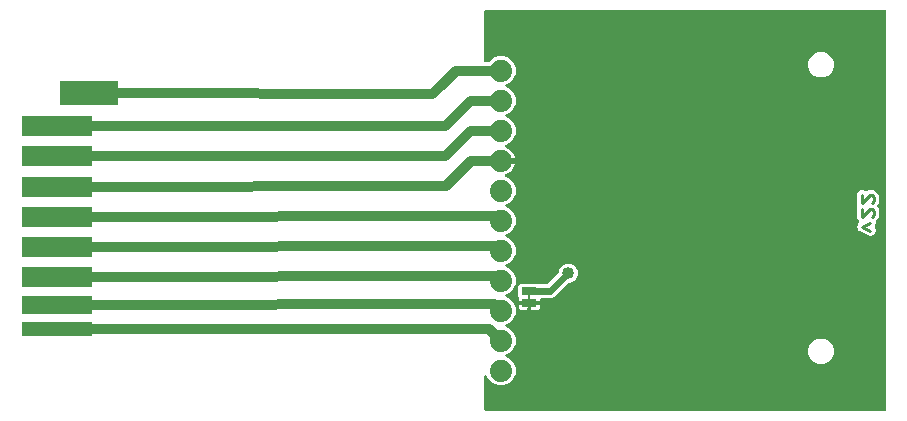
<source format=gbr>
G04 EAGLE Gerber RS-274X export*
G75*
%MOMM*%
%FSLAX34Y34*%
%LPD*%
%INBottom Copper*%
%IPPOS*%
%AMOC8*
5,1,8,0,0,1.08239X$1,22.5*%
G01*
%ADD10C,0.254000*%
%ADD11R,6.000000X1.750000*%
%ADD12R,6.000000X1.250000*%
%ADD13R,6.000000X1.650000*%
%ADD14R,5.000000X2.000000*%
%ADD15C,0.203200*%
%ADD16R,1.270000X0.635000*%
%ADD17C,1.879600*%
%ADD18C,0.812800*%
%ADD19C,1.016000*%
%ADD20C,0.609600*%

G36*
X731384Y-8620D02*
X731384Y-8620D01*
X731503Y-8613D01*
X731541Y-8600D01*
X731582Y-8595D01*
X731692Y-8552D01*
X731805Y-8515D01*
X731840Y-8493D01*
X731877Y-8478D01*
X731973Y-8409D01*
X732074Y-8345D01*
X732102Y-8315D01*
X732135Y-8292D01*
X732211Y-8200D01*
X732292Y-8113D01*
X732312Y-8078D01*
X732337Y-8047D01*
X732388Y-7939D01*
X732446Y-7835D01*
X732456Y-7795D01*
X732473Y-7759D01*
X732495Y-7642D01*
X732525Y-7527D01*
X732529Y-7467D01*
X732533Y-7447D01*
X732531Y-7426D01*
X732535Y-7366D01*
X732535Y329946D01*
X732520Y330064D01*
X732513Y330183D01*
X732500Y330221D01*
X732495Y330262D01*
X732452Y330372D01*
X732415Y330485D01*
X732393Y330520D01*
X732378Y330557D01*
X732309Y330653D01*
X732245Y330754D01*
X732215Y330782D01*
X732192Y330815D01*
X732100Y330891D01*
X732013Y330972D01*
X731978Y330992D01*
X731947Y331017D01*
X731839Y331068D01*
X731735Y331126D01*
X731695Y331136D01*
X731659Y331153D01*
X731542Y331175D01*
X731427Y331205D01*
X731367Y331209D01*
X731347Y331213D01*
X731326Y331211D01*
X731266Y331215D01*
X393700Y331215D01*
X393582Y331200D01*
X393463Y331193D01*
X393425Y331180D01*
X393384Y331175D01*
X393274Y331132D01*
X393161Y331095D01*
X393126Y331073D01*
X393089Y331058D01*
X392993Y330989D01*
X392892Y330925D01*
X392864Y330895D01*
X392831Y330872D01*
X392756Y330780D01*
X392674Y330693D01*
X392654Y330658D01*
X392629Y330627D01*
X392578Y330519D01*
X392520Y330415D01*
X392510Y330375D01*
X392493Y330339D01*
X392471Y330222D01*
X392441Y330107D01*
X392437Y330047D01*
X392433Y330027D01*
X392435Y330006D01*
X392431Y329946D01*
X392431Y287782D01*
X392446Y287664D01*
X392453Y287545D01*
X392466Y287507D01*
X392471Y287466D01*
X392514Y287356D01*
X392551Y287243D01*
X392573Y287208D01*
X392588Y287171D01*
X392658Y287075D01*
X392721Y286974D01*
X392751Y286946D01*
X392774Y286913D01*
X392866Y286837D01*
X392953Y286756D01*
X392988Y286736D01*
X393019Y286711D01*
X393127Y286660D01*
X393231Y286602D01*
X393271Y286592D01*
X393307Y286575D01*
X393424Y286553D01*
X393539Y286523D01*
X393600Y286519D01*
X393620Y286515D01*
X393640Y286517D01*
X393700Y286513D01*
X395385Y286513D01*
X395483Y286525D01*
X395582Y286528D01*
X395640Y286545D01*
X395700Y286553D01*
X395792Y286589D01*
X395887Y286617D01*
X395940Y286647D01*
X395996Y286670D01*
X396076Y286728D01*
X396161Y286778D01*
X396237Y286844D01*
X396253Y286856D01*
X396261Y286866D01*
X396282Y286884D01*
X399350Y289952D01*
X403924Y291847D01*
X408876Y291847D01*
X413450Y289952D01*
X416952Y286450D01*
X418847Y281876D01*
X418847Y276924D01*
X416952Y272350D01*
X413451Y268848D01*
X411095Y267873D01*
X410974Y267804D01*
X410852Y267739D01*
X410837Y267725D01*
X410819Y267715D01*
X410719Y267618D01*
X410616Y267525D01*
X410605Y267508D01*
X410591Y267494D01*
X410518Y267376D01*
X410442Y267259D01*
X410435Y267240D01*
X410424Y267223D01*
X410384Y267090D01*
X410338Y266958D01*
X410337Y266938D01*
X410331Y266919D01*
X410324Y266780D01*
X410313Y266641D01*
X410317Y266621D01*
X410316Y266601D01*
X410344Y266465D01*
X410368Y266328D01*
X410376Y266309D01*
X410380Y266290D01*
X410441Y266165D01*
X410498Y266038D01*
X410511Y266022D01*
X410520Y266004D01*
X410610Y265898D01*
X410697Y265790D01*
X410713Y265777D01*
X410726Y265762D01*
X410840Y265682D01*
X410951Y265598D01*
X410976Y265586D01*
X410986Y265579D01*
X411005Y265572D01*
X411095Y265527D01*
X413450Y264552D01*
X416952Y261050D01*
X418847Y256476D01*
X418847Y251524D01*
X416952Y246950D01*
X413451Y243448D01*
X411095Y242473D01*
X410974Y242404D01*
X410852Y242339D01*
X410837Y242325D01*
X410819Y242315D01*
X410719Y242218D01*
X410616Y242125D01*
X410605Y242108D01*
X410591Y242094D01*
X410518Y241976D01*
X410442Y241859D01*
X410435Y241840D01*
X410424Y241823D01*
X410384Y241690D01*
X410338Y241558D01*
X410337Y241538D01*
X410331Y241519D01*
X410324Y241380D01*
X410313Y241241D01*
X410317Y241221D01*
X410316Y241201D01*
X410344Y241065D01*
X410368Y240928D01*
X410376Y240909D01*
X410380Y240890D01*
X410441Y240765D01*
X410498Y240638D01*
X410511Y240622D01*
X410520Y240604D01*
X410610Y240498D01*
X410697Y240390D01*
X410713Y240377D01*
X410726Y240362D01*
X410840Y240282D01*
X410951Y240198D01*
X410976Y240186D01*
X410986Y240179D01*
X411005Y240172D01*
X411095Y240127D01*
X413450Y239152D01*
X416952Y235650D01*
X418847Y231076D01*
X418847Y226124D01*
X416952Y221550D01*
X413450Y218048D01*
X410425Y216795D01*
X410399Y216780D01*
X410370Y216771D01*
X410261Y216701D01*
X410148Y216637D01*
X410127Y216616D01*
X410102Y216600D01*
X410013Y216506D01*
X409920Y216416D01*
X409904Y216390D01*
X409884Y216369D01*
X409821Y216255D01*
X409754Y216145D01*
X409745Y216116D01*
X409731Y216090D01*
X409698Y215965D01*
X409660Y215841D01*
X409659Y215811D01*
X409651Y215782D01*
X409651Y215652D01*
X409645Y215523D01*
X409651Y215494D01*
X409651Y215464D01*
X409683Y215339D01*
X409709Y215212D01*
X409722Y215185D01*
X409730Y215156D01*
X409792Y215043D01*
X409849Y214926D01*
X409868Y214903D01*
X409883Y214877D01*
X409971Y214783D01*
X410055Y214684D01*
X410080Y214667D01*
X410100Y214645D01*
X410209Y214576D01*
X410315Y214501D01*
X410343Y214490D01*
X410369Y214474D01*
X410518Y214415D01*
X410983Y214264D01*
X412657Y213411D01*
X414178Y212306D01*
X415506Y210978D01*
X416611Y209457D01*
X417464Y207783D01*
X418045Y205996D01*
X418085Y205739D01*
X407670Y205739D01*
X407552Y205724D01*
X407433Y205717D01*
X407395Y205704D01*
X407355Y205699D01*
X407244Y205656D01*
X407131Y205619D01*
X407097Y205597D01*
X407059Y205582D01*
X406963Y205512D01*
X406862Y205449D01*
X406834Y205419D01*
X406802Y205395D01*
X406726Y205304D01*
X406644Y205217D01*
X406625Y205182D01*
X406599Y205151D01*
X406548Y205043D01*
X406491Y204939D01*
X406480Y204899D01*
X406463Y204863D01*
X406441Y204746D01*
X406411Y204631D01*
X406407Y204570D01*
X406403Y204550D01*
X406405Y204530D01*
X406401Y204470D01*
X406401Y201930D01*
X406416Y201812D01*
X406423Y201693D01*
X406436Y201655D01*
X406441Y201614D01*
X406485Y201504D01*
X406521Y201391D01*
X406543Y201356D01*
X406558Y201319D01*
X406628Y201223D01*
X406691Y201122D01*
X406721Y201094D01*
X406745Y201061D01*
X406836Y200986D01*
X406923Y200904D01*
X406958Y200884D01*
X406990Y200859D01*
X407097Y200808D01*
X407202Y200750D01*
X407241Y200740D01*
X407277Y200723D01*
X407394Y200701D01*
X407509Y200671D01*
X407570Y200667D01*
X407590Y200663D01*
X407610Y200665D01*
X407670Y200661D01*
X418085Y200661D01*
X418045Y200404D01*
X417464Y198617D01*
X416611Y196943D01*
X415506Y195422D01*
X414178Y194094D01*
X412657Y192989D01*
X410983Y192136D01*
X410518Y191985D01*
X410491Y191972D01*
X410462Y191965D01*
X410348Y191905D01*
X410230Y191850D01*
X410207Y191831D01*
X410181Y191817D01*
X410085Y191730D01*
X409985Y191647D01*
X409968Y191623D01*
X409946Y191603D01*
X409874Y191494D01*
X409798Y191390D01*
X409787Y191362D01*
X409771Y191337D01*
X409729Y191214D01*
X409681Y191094D01*
X409677Y191064D01*
X409668Y191036D01*
X409657Y190907D01*
X409641Y190779D01*
X409645Y190749D01*
X409642Y190719D01*
X409665Y190591D01*
X409681Y190463D01*
X409692Y190435D01*
X409697Y190406D01*
X409750Y190288D01*
X409798Y190167D01*
X409815Y190143D01*
X409827Y190116D01*
X409908Y190015D01*
X409984Y189910D01*
X410007Y189891D01*
X410026Y189867D01*
X410130Y189789D01*
X410229Y189707D01*
X410256Y189694D01*
X410280Y189676D01*
X410425Y189605D01*
X413450Y188352D01*
X416952Y184850D01*
X418847Y180276D01*
X418847Y175324D01*
X416952Y170750D01*
X413450Y167248D01*
X411095Y166273D01*
X410975Y166204D01*
X410852Y166139D01*
X410837Y166125D01*
X410819Y166115D01*
X410719Y166018D01*
X410616Y165925D01*
X410605Y165908D01*
X410591Y165894D01*
X410518Y165776D01*
X410442Y165659D01*
X410435Y165640D01*
X410424Y165623D01*
X410384Y165490D01*
X410338Y165358D01*
X410337Y165338D01*
X410331Y165319D01*
X410324Y165180D01*
X410313Y165041D01*
X410317Y165021D01*
X410316Y165001D01*
X410344Y164865D01*
X410368Y164728D01*
X410376Y164709D01*
X410380Y164690D01*
X410441Y164565D01*
X410498Y164438D01*
X410511Y164422D01*
X410520Y164404D01*
X410610Y164298D01*
X410697Y164190D01*
X410713Y164177D01*
X410726Y164162D01*
X410840Y164082D01*
X410951Y163998D01*
X410976Y163986D01*
X410986Y163979D01*
X411005Y163972D01*
X411095Y163927D01*
X413450Y162952D01*
X416952Y159450D01*
X418847Y154876D01*
X418847Y149924D01*
X416952Y145350D01*
X413450Y141848D01*
X411095Y140873D01*
X410975Y140804D01*
X410852Y140739D01*
X410837Y140725D01*
X410819Y140715D01*
X410719Y140618D01*
X410616Y140525D01*
X410605Y140508D01*
X410591Y140494D01*
X410518Y140376D01*
X410442Y140259D01*
X410435Y140240D01*
X410424Y140223D01*
X410384Y140090D01*
X410338Y139958D01*
X410337Y139938D01*
X410331Y139919D01*
X410324Y139780D01*
X410313Y139641D01*
X410317Y139621D01*
X410316Y139601D01*
X410344Y139465D01*
X410368Y139328D01*
X410376Y139309D01*
X410380Y139290D01*
X410441Y139165D01*
X410498Y139038D01*
X410511Y139022D01*
X410520Y139004D01*
X410610Y138898D01*
X410697Y138790D01*
X410713Y138777D01*
X410726Y138762D01*
X410840Y138682D01*
X410951Y138598D01*
X410976Y138586D01*
X410986Y138579D01*
X411005Y138572D01*
X411095Y138527D01*
X413450Y137552D01*
X416952Y134050D01*
X418847Y129476D01*
X418847Y124524D01*
X416952Y119950D01*
X413450Y116448D01*
X411095Y115473D01*
X410975Y115404D01*
X410852Y115339D01*
X410837Y115325D01*
X410819Y115315D01*
X410719Y115218D01*
X410616Y115125D01*
X410605Y115108D01*
X410591Y115094D01*
X410518Y114976D01*
X410442Y114859D01*
X410435Y114840D01*
X410424Y114823D01*
X410384Y114690D01*
X410338Y114558D01*
X410337Y114538D01*
X410331Y114519D01*
X410324Y114380D01*
X410313Y114241D01*
X410317Y114221D01*
X410316Y114201D01*
X410344Y114065D01*
X410368Y113928D01*
X410376Y113909D01*
X410380Y113890D01*
X410441Y113765D01*
X410498Y113638D01*
X410511Y113622D01*
X410520Y113604D01*
X410610Y113498D01*
X410697Y113390D01*
X410713Y113377D01*
X410726Y113362D01*
X410840Y113282D01*
X410951Y113198D01*
X410976Y113186D01*
X410986Y113179D01*
X411005Y113172D01*
X411095Y113127D01*
X413450Y112152D01*
X416952Y108650D01*
X418847Y104076D01*
X418847Y99124D01*
X416952Y94550D01*
X413450Y91048D01*
X411095Y90073D01*
X410975Y90004D01*
X410852Y89939D01*
X410837Y89925D01*
X410819Y89915D01*
X410719Y89818D01*
X410616Y89725D01*
X410605Y89708D01*
X410591Y89694D01*
X410518Y89576D01*
X410442Y89459D01*
X410435Y89440D01*
X410424Y89423D01*
X410384Y89290D01*
X410338Y89158D01*
X410337Y89138D01*
X410331Y89119D01*
X410324Y88980D01*
X410313Y88841D01*
X410317Y88821D01*
X410316Y88801D01*
X410344Y88665D01*
X410368Y88528D01*
X410376Y88509D01*
X410380Y88490D01*
X410441Y88365D01*
X410498Y88238D01*
X410511Y88222D01*
X410520Y88204D01*
X410610Y88098D01*
X410697Y87990D01*
X410713Y87977D01*
X410726Y87962D01*
X410840Y87882D01*
X410951Y87798D01*
X410976Y87786D01*
X410986Y87779D01*
X411005Y87772D01*
X411095Y87727D01*
X413450Y86752D01*
X416952Y83250D01*
X418847Y78676D01*
X418847Y73724D01*
X416952Y69150D01*
X413450Y65648D01*
X411095Y64673D01*
X410975Y64604D01*
X410852Y64539D01*
X410837Y64525D01*
X410819Y64515D01*
X410719Y64418D01*
X410616Y64325D01*
X410605Y64308D01*
X410591Y64294D01*
X410518Y64176D01*
X410442Y64059D01*
X410435Y64040D01*
X410424Y64023D01*
X410384Y63890D01*
X410338Y63758D01*
X410337Y63738D01*
X410331Y63719D01*
X410324Y63580D01*
X410313Y63441D01*
X410317Y63421D01*
X410316Y63401D01*
X410344Y63265D01*
X410368Y63128D01*
X410376Y63109D01*
X410380Y63090D01*
X410441Y62965D01*
X410498Y62838D01*
X410511Y62822D01*
X410520Y62804D01*
X410610Y62698D01*
X410697Y62590D01*
X410713Y62577D01*
X410726Y62562D01*
X410840Y62482D01*
X410951Y62398D01*
X410976Y62386D01*
X410986Y62379D01*
X411005Y62372D01*
X411095Y62327D01*
X413450Y61352D01*
X416952Y57850D01*
X418847Y53276D01*
X418847Y48324D01*
X416952Y43750D01*
X413450Y40248D01*
X411095Y39273D01*
X410975Y39204D01*
X410852Y39139D01*
X410837Y39125D01*
X410819Y39115D01*
X410719Y39018D01*
X410616Y38925D01*
X410605Y38908D01*
X410591Y38894D01*
X410518Y38776D01*
X410442Y38659D01*
X410435Y38640D01*
X410424Y38623D01*
X410384Y38490D01*
X410338Y38358D01*
X410337Y38338D01*
X410331Y38319D01*
X410324Y38180D01*
X410313Y38041D01*
X410317Y38021D01*
X410316Y38001D01*
X410344Y37865D01*
X410368Y37728D01*
X410376Y37709D01*
X410380Y37690D01*
X410441Y37565D01*
X410498Y37438D01*
X410511Y37422D01*
X410520Y37404D01*
X410610Y37298D01*
X410697Y37190D01*
X410713Y37177D01*
X410726Y37162D01*
X410840Y37082D01*
X410951Y36998D01*
X410976Y36986D01*
X410986Y36979D01*
X411005Y36972D01*
X411095Y36927D01*
X413450Y35952D01*
X416952Y32450D01*
X418847Y27876D01*
X418847Y22924D01*
X416952Y18350D01*
X413450Y14848D01*
X408876Y12953D01*
X403924Y12953D01*
X399350Y14848D01*
X395848Y18350D01*
X394873Y20705D01*
X394838Y20765D01*
X394812Y20830D01*
X394760Y20903D01*
X394715Y20981D01*
X394667Y21031D01*
X394626Y21087D01*
X394556Y21145D01*
X394494Y21209D01*
X394434Y21246D01*
X394381Y21290D01*
X394299Y21329D01*
X394223Y21376D01*
X394156Y21396D01*
X394093Y21426D01*
X394005Y21443D01*
X393919Y21469D01*
X393849Y21473D01*
X393781Y21486D01*
X393691Y21480D01*
X393601Y21484D01*
X393533Y21470D01*
X393463Y21466D01*
X393378Y21438D01*
X393290Y21420D01*
X393227Y21389D01*
X393161Y21368D01*
X393085Y21320D01*
X393004Y21280D01*
X392951Y21235D01*
X392892Y21198D01*
X392830Y21132D01*
X392762Y21074D01*
X392722Y21017D01*
X392674Y20966D01*
X392631Y20887D01*
X392579Y20814D01*
X392554Y20749D01*
X392520Y20688D01*
X392498Y20601D01*
X392466Y20517D01*
X392458Y20447D01*
X392441Y20380D01*
X392431Y20219D01*
X392431Y-7366D01*
X392446Y-7484D01*
X392453Y-7603D01*
X392466Y-7641D01*
X392471Y-7682D01*
X392514Y-7792D01*
X392551Y-7905D01*
X392573Y-7940D01*
X392588Y-7977D01*
X392658Y-8073D01*
X392721Y-8174D01*
X392751Y-8202D01*
X392774Y-8235D01*
X392866Y-8311D01*
X392953Y-8392D01*
X392988Y-8412D01*
X393019Y-8437D01*
X393127Y-8488D01*
X393231Y-8546D01*
X393271Y-8556D01*
X393307Y-8573D01*
X393424Y-8595D01*
X393539Y-8625D01*
X393600Y-8629D01*
X393620Y-8633D01*
X393640Y-8631D01*
X393700Y-8635D01*
X731266Y-8635D01*
X731384Y-8620D01*
G37*
%LPC*%
G36*
X423846Y76834D02*
X423846Y76834D01*
X423199Y77007D01*
X422620Y77342D01*
X422147Y77815D01*
X421812Y78394D01*
X421639Y79041D01*
X421639Y80963D01*
X425196Y80963D01*
X425314Y80978D01*
X425433Y80986D01*
X425471Y80998D01*
X425512Y81003D01*
X425622Y81047D01*
X425735Y81084D01*
X425770Y81105D01*
X425807Y81120D01*
X425903Y81190D01*
X426004Y81254D01*
X426032Y81283D01*
X426065Y81307D01*
X426141Y81399D01*
X426222Y81485D01*
X426242Y81521D01*
X426267Y81552D01*
X426318Y81660D01*
X426376Y81764D01*
X426386Y81803D01*
X426403Y81840D01*
X426425Y81956D01*
X426455Y82072D01*
X426459Y82132D01*
X426463Y82152D01*
X426461Y82172D01*
X426465Y82232D01*
X426465Y82868D01*
X426450Y82986D01*
X426443Y83104D01*
X426430Y83143D01*
X426425Y83183D01*
X426382Y83294D01*
X426345Y83407D01*
X426323Y83441D01*
X426308Y83479D01*
X426239Y83575D01*
X426175Y83676D01*
X426145Y83703D01*
X426122Y83736D01*
X426030Y83812D01*
X425943Y83894D01*
X425908Y83913D01*
X425877Y83939D01*
X425769Y83990D01*
X425665Y84047D01*
X425625Y84057D01*
X425589Y84074D01*
X425472Y84097D01*
X425357Y84127D01*
X425297Y84130D01*
X425277Y84134D01*
X425256Y84133D01*
X425196Y84137D01*
X421639Y84137D01*
X421639Y86059D01*
X421810Y86696D01*
X421824Y86801D01*
X421847Y86904D01*
X421846Y86958D01*
X421853Y87011D01*
X421841Y87116D01*
X421838Y87222D01*
X421823Y87274D01*
X421817Y87327D01*
X421779Y87426D01*
X421749Y87527D01*
X421722Y87574D01*
X421703Y87624D01*
X421641Y87710D01*
X421588Y87801D01*
X421531Y87865D01*
X421519Y87883D01*
X421507Y87893D01*
X421481Y87922D01*
X421131Y88272D01*
X421131Y97148D01*
X422917Y98934D01*
X438259Y98934D01*
X438327Y98896D01*
X438386Y98881D01*
X438441Y98857D01*
X438539Y98842D01*
X438635Y98817D01*
X438735Y98811D01*
X438755Y98807D01*
X438768Y98809D01*
X438796Y98807D01*
X445259Y98807D01*
X445357Y98819D01*
X445456Y98822D01*
X445514Y98839D01*
X445574Y98847D01*
X445667Y98883D01*
X445762Y98911D01*
X445814Y98941D01*
X445870Y98964D01*
X445950Y99022D01*
X446036Y99072D01*
X446111Y99138D01*
X446127Y99150D01*
X446135Y99160D01*
X446156Y99178D01*
X455050Y108072D01*
X455110Y108150D01*
X455178Y108222D01*
X455207Y108275D01*
X455244Y108323D01*
X455284Y108414D01*
X455332Y108500D01*
X455347Y108559D01*
X455371Y108615D01*
X455386Y108713D01*
X455411Y108808D01*
X455417Y108908D01*
X455421Y108929D01*
X455419Y108941D01*
X455421Y108969D01*
X455421Y109567D01*
X456659Y112555D01*
X458945Y114841D01*
X461933Y116079D01*
X465167Y116079D01*
X468155Y114841D01*
X470441Y112555D01*
X471679Y109567D01*
X471679Y106333D01*
X470441Y103345D01*
X468155Y101059D01*
X465167Y99821D01*
X464569Y99821D01*
X464471Y99809D01*
X464372Y99806D01*
X464314Y99789D01*
X464254Y99781D01*
X464161Y99745D01*
X464066Y99717D01*
X464014Y99687D01*
X463958Y99664D01*
X463878Y99606D01*
X463792Y99556D01*
X463717Y99490D01*
X463701Y99478D01*
X463693Y99468D01*
X463672Y99450D01*
X451764Y87541D01*
X449523Y86613D01*
X440690Y86613D01*
X440572Y86598D01*
X440453Y86591D01*
X440415Y86578D01*
X440374Y86573D01*
X440264Y86530D01*
X440151Y86493D01*
X440116Y86471D01*
X440079Y86456D01*
X439983Y86387D01*
X439882Y86323D01*
X439854Y86293D01*
X439821Y86270D01*
X439745Y86178D01*
X439664Y86091D01*
X439644Y86056D01*
X439619Y86025D01*
X439568Y85917D01*
X439510Y85813D01*
X439500Y85773D01*
X439483Y85737D01*
X439461Y85620D01*
X439431Y85505D01*
X439427Y85445D01*
X439423Y85425D01*
X439425Y85404D01*
X439421Y85344D01*
X439421Y84137D01*
X435864Y84137D01*
X435746Y84122D01*
X435627Y84114D01*
X435589Y84102D01*
X435548Y84097D01*
X435438Y84053D01*
X435325Y84016D01*
X435290Y83995D01*
X435253Y83980D01*
X435157Y83910D01*
X435056Y83846D01*
X435028Y83817D01*
X434995Y83793D01*
X434919Y83701D01*
X434838Y83615D01*
X434818Y83579D01*
X434793Y83548D01*
X434742Y83440D01*
X434684Y83336D01*
X434674Y83297D01*
X434657Y83260D01*
X434635Y83144D01*
X434605Y83028D01*
X434601Y82968D01*
X434597Y82948D01*
X434599Y82928D01*
X434595Y82868D01*
X434595Y82232D01*
X434610Y82114D01*
X434617Y81996D01*
X434630Y81957D01*
X434635Y81917D01*
X434678Y81806D01*
X434715Y81693D01*
X434737Y81659D01*
X434752Y81621D01*
X434821Y81525D01*
X434885Y81424D01*
X434915Y81397D01*
X434938Y81364D01*
X435030Y81288D01*
X435117Y81206D01*
X435152Y81187D01*
X435183Y81161D01*
X435291Y81110D01*
X435395Y81053D01*
X435435Y81043D01*
X435471Y81026D01*
X435588Y81003D01*
X435703Y80973D01*
X435763Y80970D01*
X435783Y80966D01*
X435804Y80967D01*
X435864Y80963D01*
X439421Y80963D01*
X439421Y79041D01*
X439248Y78394D01*
X438913Y77815D01*
X438440Y77342D01*
X437861Y77007D01*
X437214Y76834D01*
X432117Y76834D01*
X432117Y78486D01*
X432102Y78604D01*
X432094Y78723D01*
X432082Y78761D01*
X432077Y78802D01*
X432033Y78912D01*
X431996Y79025D01*
X431975Y79060D01*
X431960Y79097D01*
X431890Y79193D01*
X431826Y79294D01*
X431797Y79322D01*
X431773Y79355D01*
X431681Y79431D01*
X431595Y79512D01*
X431559Y79532D01*
X431528Y79557D01*
X431420Y79608D01*
X431316Y79666D01*
X431277Y79676D01*
X431240Y79693D01*
X431124Y79715D01*
X431008Y79745D01*
X430948Y79749D01*
X430928Y79753D01*
X430908Y79751D01*
X430848Y79755D01*
X430212Y79755D01*
X430094Y79740D01*
X429976Y79733D01*
X429937Y79720D01*
X429897Y79715D01*
X429786Y79672D01*
X429673Y79635D01*
X429639Y79613D01*
X429601Y79598D01*
X429505Y79529D01*
X429404Y79465D01*
X429377Y79435D01*
X429344Y79412D01*
X429268Y79320D01*
X429186Y79233D01*
X429167Y79198D01*
X429141Y79167D01*
X429090Y79059D01*
X429033Y78955D01*
X429023Y78915D01*
X429006Y78879D01*
X428983Y78762D01*
X428953Y78647D01*
X428950Y78587D01*
X428946Y78567D01*
X428947Y78546D01*
X428943Y78486D01*
X428943Y76834D01*
X423846Y76834D01*
G37*
%LPD*%
%LPC*%
G36*
X710894Y143337D02*
X710894Y143337D01*
X710885Y143340D01*
X710877Y143346D01*
X710728Y143406D01*
X709395Y143850D01*
X709347Y143920D01*
X709263Y144045D01*
X709257Y144051D01*
X709252Y144058D01*
X709139Y144156D01*
X709027Y144257D01*
X709018Y144261D01*
X709012Y144267D01*
X708941Y144308D01*
X708498Y145635D01*
X708494Y145644D01*
X708492Y145653D01*
X708430Y145801D01*
X707801Y147058D01*
X707817Y147142D01*
X707846Y147288D01*
X707845Y147297D01*
X707847Y147306D01*
X707837Y147456D01*
X707828Y147606D01*
X707826Y147614D01*
X707825Y147623D01*
X707804Y147703D01*
X708430Y148954D01*
X708433Y148963D01*
X708438Y148971D01*
X708498Y149120D01*
X708943Y150453D01*
X709013Y150501D01*
X709137Y150584D01*
X709143Y150591D01*
X709150Y150596D01*
X709249Y150709D01*
X709349Y150821D01*
X709353Y150829D01*
X709359Y150836D01*
X709440Y150975D01*
X709574Y151243D01*
X709599Y151313D01*
X709633Y151380D01*
X709651Y151462D01*
X709680Y151543D01*
X709686Y151617D01*
X709702Y151690D01*
X709700Y151775D01*
X709707Y151860D01*
X709695Y151933D01*
X709693Y152008D01*
X709669Y152090D01*
X709655Y152173D01*
X709625Y152242D01*
X709604Y152313D01*
X709561Y152386D01*
X709527Y152464D01*
X709481Y152523D01*
X709443Y152587D01*
X709336Y152708D01*
X708151Y153893D01*
X708151Y164351D01*
X708165Y164382D01*
X708219Y164488D01*
X708228Y164527D01*
X708244Y164564D01*
X708262Y164682D01*
X708288Y164798D01*
X708287Y164838D01*
X708293Y164878D01*
X708282Y164997D01*
X708279Y165116D01*
X708267Y165155D01*
X708264Y165195D01*
X708223Y165307D01*
X708190Y165421D01*
X708170Y165456D01*
X708156Y165494D01*
X708151Y165501D01*
X708151Y175944D01*
X710681Y178474D01*
X714259Y178474D01*
X714962Y177771D01*
X715056Y177698D01*
X715145Y177619D01*
X715181Y177600D01*
X715213Y177576D01*
X715322Y177528D01*
X715429Y177474D01*
X715468Y177465D01*
X715505Y177449D01*
X715623Y177431D01*
X715739Y177405D01*
X715779Y177406D01*
X715819Y177400D01*
X715938Y177411D01*
X716057Y177414D01*
X716096Y177426D01*
X716136Y177429D01*
X716248Y177470D01*
X716362Y177503D01*
X716397Y177523D01*
X716435Y177537D01*
X716534Y177604D01*
X716636Y177664D01*
X716681Y177704D01*
X716698Y177716D01*
X716712Y177731D01*
X716757Y177771D01*
X717460Y178474D01*
X722733Y178474D01*
X726957Y174249D01*
X726957Y167282D01*
X725492Y165816D01*
X725419Y165722D01*
X725340Y165633D01*
X725321Y165597D01*
X725297Y165565D01*
X725249Y165455D01*
X725195Y165349D01*
X725186Y165310D01*
X725170Y165273D01*
X725152Y165155D01*
X725126Y165039D01*
X725127Y164999D01*
X725120Y164959D01*
X725132Y164840D01*
X725135Y164721D01*
X725146Y164682D01*
X725150Y164642D01*
X725191Y164530D01*
X725224Y164416D01*
X725244Y164381D01*
X725258Y164343D01*
X725325Y164244D01*
X725385Y164142D01*
X725425Y164097D01*
X725436Y164080D01*
X725452Y164066D01*
X725492Y164021D01*
X726957Y162555D01*
X726957Y155588D01*
X724077Y152708D01*
X724032Y152649D01*
X723979Y152597D01*
X723935Y152524D01*
X723883Y152457D01*
X723853Y152388D01*
X723814Y152324D01*
X723790Y152243D01*
X723756Y152165D01*
X723745Y152091D01*
X723723Y152020D01*
X723720Y151935D01*
X723706Y151851D01*
X723713Y151777D01*
X723710Y151702D01*
X723728Y151619D01*
X723736Y151534D01*
X723761Y151464D01*
X723777Y151391D01*
X723840Y151243D01*
X723912Y151099D01*
X722805Y147779D01*
X722804Y147770D01*
X722800Y147762D01*
X722773Y147615D01*
X722743Y147467D01*
X722744Y147458D01*
X722742Y147449D01*
X722753Y147300D01*
X722761Y147149D01*
X722764Y147141D01*
X722764Y147132D01*
X722805Y146976D01*
X723912Y143657D01*
X722312Y140457D01*
X718918Y139325D01*
X710894Y143337D01*
G37*
%LPD*%
%LPC*%
G36*
X675352Y273701D02*
X675352Y273701D01*
X671383Y275345D01*
X668345Y278383D01*
X666701Y282352D01*
X666701Y286648D01*
X668345Y290617D01*
X671383Y293655D01*
X675352Y295299D01*
X679648Y295299D01*
X683617Y293655D01*
X686655Y290617D01*
X688299Y286648D01*
X688299Y282352D01*
X686655Y278383D01*
X683617Y275345D01*
X679648Y273701D01*
X675352Y273701D01*
G37*
%LPD*%
%LPC*%
G36*
X675352Y31101D02*
X675352Y31101D01*
X671383Y32745D01*
X668345Y35783D01*
X666701Y39752D01*
X666701Y44048D01*
X668345Y48017D01*
X671383Y51055D01*
X675352Y52699D01*
X679648Y52699D01*
X683617Y51055D01*
X686655Y48017D01*
X688299Y44048D01*
X688299Y39752D01*
X686655Y35783D01*
X683617Y32745D01*
X679648Y31101D01*
X675352Y31101D01*
G37*
%LPD*%
D10*
X719249Y143988D02*
X712470Y147378D01*
X719249Y150767D01*
X712470Y155682D02*
X712470Y162461D01*
X712470Y155682D02*
X719249Y162461D01*
X720944Y162461D01*
X722639Y160766D01*
X722639Y157377D01*
X720944Y155682D01*
X712470Y167376D02*
X712470Y174155D01*
X712470Y167376D02*
X719249Y174155D01*
X720944Y174155D01*
X722639Y172460D01*
X722639Y169071D01*
X720944Y167376D01*
D11*
X30770Y130450D03*
X30770Y155800D03*
D12*
X30770Y60800D03*
D13*
X30770Y80800D03*
D11*
X30770Y104800D03*
X30666Y232546D03*
D14*
X57500Y260400D03*
D11*
X30770Y207050D03*
X30770Y181100D03*
D15*
X430530Y91440D02*
X430530Y83820D01*
D16*
X430530Y82550D03*
X430530Y92710D03*
D17*
X406400Y279400D03*
X406400Y254000D03*
X406400Y228600D03*
X406400Y203200D03*
X406400Y177800D03*
X406400Y152400D03*
X406400Y127000D03*
X406400Y101600D03*
X406400Y76200D03*
X406400Y50800D03*
X406400Y25400D03*
D18*
X406400Y279400D02*
X368300Y279400D01*
X355600Y266700D01*
X348300Y259400D02*
X57500Y260400D01*
X348300Y259400D02*
X355600Y266700D01*
X359450Y207050D02*
X30770Y207050D01*
X359450Y207050D02*
X381000Y228600D01*
X406400Y228600D01*
D19*
X458470Y153670D03*
D18*
X359900Y182100D02*
X30770Y181100D01*
X359900Y182100D02*
X381000Y203200D01*
X406400Y203200D01*
X401950Y131450D02*
X30770Y130450D01*
X401950Y131450D02*
X406400Y127000D01*
X400800Y81800D02*
X30770Y80800D01*
X400800Y81800D02*
X406400Y76200D01*
X396400Y60800D02*
X30770Y60800D01*
X396400Y60800D02*
X406400Y50800D01*
X402000Y156800D02*
X30770Y155800D01*
X402000Y156800D02*
X406400Y152400D01*
X402200Y105800D02*
X30770Y104800D01*
X402200Y105800D02*
X406400Y101600D01*
D19*
X463550Y107950D03*
D20*
X448310Y92710D02*
X430530Y92710D01*
X448310Y92710D02*
X463550Y107950D01*
D18*
X359546Y232546D02*
X30666Y232546D01*
X359546Y232546D02*
X381000Y254000D01*
X406400Y254000D01*
M02*

</source>
